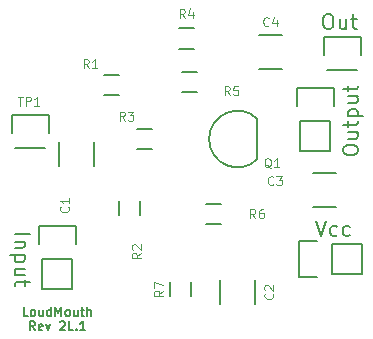
<source format=gto>
G04 #@! TF.FileFunction,Legend,Top*
%FSLAX46Y46*%
G04 Gerber Fmt 4.6, Leading zero omitted, Abs format (unit mm)*
G04 Created by KiCad (PCBNEW 0.201508140901+6091~28~ubuntu14.04.1-product) date Fri 18 Sep 2015 07:53:11 PM CEST*
%MOMM*%
G01*
G04 APERTURE LIST*
%ADD10C,0.076200*%
%ADD11C,0.127000*%
%ADD12C,0.150000*%
%ADD13C,0.101600*%
G04 APERTURE END LIST*
D10*
D11*
X147628428Y-122175814D02*
X147265571Y-122175814D01*
X147265571Y-121413814D01*
X147991285Y-122175814D02*
X147918713Y-122139529D01*
X147882428Y-122103243D01*
X147846142Y-122030671D01*
X147846142Y-121812957D01*
X147882428Y-121740386D01*
X147918713Y-121704100D01*
X147991285Y-121667814D01*
X148100142Y-121667814D01*
X148172713Y-121704100D01*
X148208999Y-121740386D01*
X148245285Y-121812957D01*
X148245285Y-122030671D01*
X148208999Y-122103243D01*
X148172713Y-122139529D01*
X148100142Y-122175814D01*
X147991285Y-122175814D01*
X148898428Y-121667814D02*
X148898428Y-122175814D01*
X148571857Y-121667814D02*
X148571857Y-122066957D01*
X148608142Y-122139529D01*
X148680714Y-122175814D01*
X148789571Y-122175814D01*
X148862142Y-122139529D01*
X148898428Y-122103243D01*
X149587857Y-122175814D02*
X149587857Y-121413814D01*
X149587857Y-122139529D02*
X149515286Y-122175814D01*
X149370143Y-122175814D01*
X149297571Y-122139529D01*
X149261286Y-122103243D01*
X149225000Y-122030671D01*
X149225000Y-121812957D01*
X149261286Y-121740386D01*
X149297571Y-121704100D01*
X149370143Y-121667814D01*
X149515286Y-121667814D01*
X149587857Y-121704100D01*
X149950715Y-122175814D02*
X149950715Y-121413814D01*
X150204715Y-121958100D01*
X150458715Y-121413814D01*
X150458715Y-122175814D01*
X150930429Y-122175814D02*
X150857857Y-122139529D01*
X150821572Y-122103243D01*
X150785286Y-122030671D01*
X150785286Y-121812957D01*
X150821572Y-121740386D01*
X150857857Y-121704100D01*
X150930429Y-121667814D01*
X151039286Y-121667814D01*
X151111857Y-121704100D01*
X151148143Y-121740386D01*
X151184429Y-121812957D01*
X151184429Y-122030671D01*
X151148143Y-122103243D01*
X151111857Y-122139529D01*
X151039286Y-122175814D01*
X150930429Y-122175814D01*
X151837572Y-121667814D02*
X151837572Y-122175814D01*
X151511001Y-121667814D02*
X151511001Y-122066957D01*
X151547286Y-122139529D01*
X151619858Y-122175814D01*
X151728715Y-122175814D01*
X151801286Y-122139529D01*
X151837572Y-122103243D01*
X152091572Y-121667814D02*
X152381858Y-121667814D01*
X152200430Y-121413814D02*
X152200430Y-122066957D01*
X152236715Y-122139529D01*
X152309287Y-122175814D01*
X152381858Y-122175814D01*
X152635859Y-122175814D02*
X152635859Y-121413814D01*
X152962430Y-122175814D02*
X152962430Y-121776671D01*
X152926144Y-121704100D01*
X152853573Y-121667814D01*
X152744716Y-121667814D01*
X152672144Y-121704100D01*
X152635859Y-121740386D01*
X148227144Y-123369614D02*
X147973144Y-123006757D01*
X147791716Y-123369614D02*
X147791716Y-122607614D01*
X148082001Y-122607614D01*
X148154573Y-122643900D01*
X148190858Y-122680186D01*
X148227144Y-122752757D01*
X148227144Y-122861614D01*
X148190858Y-122934186D01*
X148154573Y-122970471D01*
X148082001Y-123006757D01*
X147791716Y-123006757D01*
X148844001Y-123333329D02*
X148771430Y-123369614D01*
X148626287Y-123369614D01*
X148553716Y-123333329D01*
X148517430Y-123260757D01*
X148517430Y-122970471D01*
X148553716Y-122897900D01*
X148626287Y-122861614D01*
X148771430Y-122861614D01*
X148844001Y-122897900D01*
X148880287Y-122970471D01*
X148880287Y-123043043D01*
X148517430Y-123115614D01*
X149134287Y-122861614D02*
X149315716Y-123369614D01*
X149497144Y-122861614D01*
X150331715Y-122680186D02*
X150368001Y-122643900D01*
X150440572Y-122607614D01*
X150622001Y-122607614D01*
X150694572Y-122643900D01*
X150730858Y-122680186D01*
X150767143Y-122752757D01*
X150767143Y-122825329D01*
X150730858Y-122934186D01*
X150295429Y-123369614D01*
X150767143Y-123369614D01*
X151456572Y-123369614D02*
X151093715Y-123369614D01*
X151093715Y-122607614D01*
X151710572Y-123297043D02*
X151746857Y-123333329D01*
X151710572Y-123369614D01*
X151674286Y-123333329D01*
X151710572Y-123297043D01*
X151710572Y-123369614D01*
X152472571Y-123369614D02*
X152037143Y-123369614D01*
X152254857Y-123369614D02*
X152254857Y-122607614D01*
X152182286Y-122716471D01*
X152109714Y-122789043D01*
X152037143Y-122825329D01*
X171970096Y-114112524D02*
X172393430Y-115382524D01*
X172816763Y-114112524D01*
X173784382Y-115322048D02*
X173663429Y-115382524D01*
X173421525Y-115382524D01*
X173300572Y-115322048D01*
X173240096Y-115261571D01*
X173179620Y-115140619D01*
X173179620Y-114777762D01*
X173240096Y-114656810D01*
X173300572Y-114596333D01*
X173421525Y-114535857D01*
X173663429Y-114535857D01*
X173784382Y-114596333D01*
X174872953Y-115322048D02*
X174752000Y-115382524D01*
X174510096Y-115382524D01*
X174389143Y-115322048D01*
X174328667Y-115261571D01*
X174268191Y-115140619D01*
X174268191Y-114777762D01*
X174328667Y-114656810D01*
X174389143Y-114596333D01*
X174510096Y-114535857D01*
X174752000Y-114535857D01*
X174872953Y-114596333D01*
X172931667Y-96586524D02*
X173173571Y-96586524D01*
X173294524Y-96647000D01*
X173415476Y-96767952D01*
X173475952Y-97009857D01*
X173475952Y-97433190D01*
X173415476Y-97675095D01*
X173294524Y-97796048D01*
X173173571Y-97856524D01*
X172931667Y-97856524D01*
X172810714Y-97796048D01*
X172689762Y-97675095D01*
X172629286Y-97433190D01*
X172629286Y-97009857D01*
X172689762Y-96767952D01*
X172810714Y-96647000D01*
X172931667Y-96586524D01*
X174564524Y-97009857D02*
X174564524Y-97856524D01*
X174020238Y-97009857D02*
X174020238Y-97675095D01*
X174080714Y-97796048D01*
X174201667Y-97856524D01*
X174383095Y-97856524D01*
X174504047Y-97796048D01*
X174564524Y-97735571D01*
X174987857Y-97009857D02*
X175471667Y-97009857D01*
X175169286Y-96586524D02*
X175169286Y-97675095D01*
X175229762Y-97796048D01*
X175350715Y-97856524D01*
X175471667Y-97856524D01*
X174310524Y-108234238D02*
X174310524Y-107992334D01*
X174371000Y-107871381D01*
X174491952Y-107750429D01*
X174733857Y-107689953D01*
X175157190Y-107689953D01*
X175399095Y-107750429D01*
X175520048Y-107871381D01*
X175580524Y-107992334D01*
X175580524Y-108234238D01*
X175520048Y-108355191D01*
X175399095Y-108476143D01*
X175157190Y-108536619D01*
X174733857Y-108536619D01*
X174491952Y-108476143D01*
X174371000Y-108355191D01*
X174310524Y-108234238D01*
X174733857Y-106601381D02*
X175580524Y-106601381D01*
X174733857Y-107145667D02*
X175399095Y-107145667D01*
X175520048Y-107085191D01*
X175580524Y-106964238D01*
X175580524Y-106782810D01*
X175520048Y-106661858D01*
X175459571Y-106601381D01*
X174733857Y-106178048D02*
X174733857Y-105694238D01*
X174310524Y-105996619D02*
X175399095Y-105996619D01*
X175520048Y-105936143D01*
X175580524Y-105815190D01*
X175580524Y-105694238D01*
X174733857Y-105270905D02*
X176003857Y-105270905D01*
X174794333Y-105270905D02*
X174733857Y-105149953D01*
X174733857Y-104908048D01*
X174794333Y-104787096D01*
X174854810Y-104726619D01*
X174975762Y-104666143D01*
X175338619Y-104666143D01*
X175459571Y-104726619D01*
X175520048Y-104787096D01*
X175580524Y-104908048D01*
X175580524Y-105149953D01*
X175520048Y-105270905D01*
X174733857Y-103577571D02*
X175580524Y-103577571D01*
X174733857Y-104121857D02*
X175399095Y-104121857D01*
X175520048Y-104061381D01*
X175580524Y-103940428D01*
X175580524Y-103759000D01*
X175520048Y-103638048D01*
X175459571Y-103577571D01*
X174733857Y-103154238D02*
X174733857Y-102670428D01*
X174310524Y-102972809D02*
X175399095Y-102972809D01*
X175520048Y-102912333D01*
X175580524Y-102791380D01*
X175580524Y-102670428D01*
X146491476Y-115261571D02*
X147761476Y-115261571D01*
X147338143Y-115866333D02*
X146491476Y-115866333D01*
X147217190Y-115866333D02*
X147277667Y-115926809D01*
X147338143Y-116047762D01*
X147338143Y-116229190D01*
X147277667Y-116350142D01*
X147156714Y-116410619D01*
X146491476Y-116410619D01*
X147338143Y-117015381D02*
X146068143Y-117015381D01*
X147277667Y-117015381D02*
X147338143Y-117136333D01*
X147338143Y-117378238D01*
X147277667Y-117499190D01*
X147217190Y-117559667D01*
X147096238Y-117620143D01*
X146733381Y-117620143D01*
X146612429Y-117559667D01*
X146551952Y-117499190D01*
X146491476Y-117378238D01*
X146491476Y-117136333D01*
X146551952Y-117015381D01*
X147338143Y-118708715D02*
X146491476Y-118708715D01*
X147338143Y-118164429D02*
X146672905Y-118164429D01*
X146551952Y-118224905D01*
X146491476Y-118345858D01*
X146491476Y-118527286D01*
X146551952Y-118648238D01*
X146612429Y-118708715D01*
X147338143Y-119132048D02*
X147338143Y-119615858D01*
X147761476Y-119313477D02*
X146672905Y-119313477D01*
X146551952Y-119373953D01*
X146491476Y-119494906D01*
X146491476Y-119615858D01*
D12*
X153240000Y-109458000D02*
X153240000Y-107458000D01*
X150290000Y-107458000D02*
X150290000Y-109458000D01*
X166829000Y-121142000D02*
X166829000Y-119142000D01*
X163879000Y-119142000D02*
X163879000Y-121142000D01*
X173720000Y-110031000D02*
X171720000Y-110031000D01*
X171720000Y-112981000D02*
X173720000Y-112981000D01*
X167148000Y-101297000D02*
X169148000Y-101297000D01*
X169148000Y-98347000D02*
X167148000Y-98347000D01*
X151384000Y-117348000D02*
X151384000Y-119888000D01*
X151664000Y-114528000D02*
X151664000Y-116078000D01*
X151384000Y-117348000D02*
X148844000Y-117348000D01*
X148564000Y-116078000D02*
X148564000Y-114528000D01*
X148564000Y-114528000D02*
X151664000Y-114528000D01*
X148844000Y-117348000D02*
X148844000Y-119888000D01*
X148844000Y-119888000D02*
X151384000Y-119888000D01*
X173355000Y-116078000D02*
X175895000Y-116078000D01*
X170535000Y-115798000D02*
X172085000Y-115798000D01*
X173355000Y-116078000D02*
X173355000Y-118618000D01*
X172085000Y-118898000D02*
X170535000Y-118898000D01*
X170535000Y-118898000D02*
X170535000Y-115798000D01*
X173355000Y-118618000D02*
X175895000Y-118618000D01*
X175895000Y-118618000D02*
X175895000Y-116078000D01*
X173228000Y-105664000D02*
X173228000Y-108204000D01*
X173508000Y-102844000D02*
X173508000Y-104394000D01*
X173228000Y-105664000D02*
X170688000Y-105664000D01*
X170408000Y-104394000D02*
X170408000Y-102844000D01*
X170408000Y-102844000D02*
X173508000Y-102844000D01*
X170688000Y-105664000D02*
X170688000Y-108204000D01*
X170688000Y-108204000D02*
X173228000Y-108204000D01*
X167054000Y-108888000D02*
X167054000Y-105488000D01*
X167051056Y-108885056D02*
G75*
G02X162954000Y-107188000I-1697056J1697056D01*
G01*
X167051056Y-105490944D02*
G75*
G03X162954000Y-107188000I-1697056J-1697056D01*
G01*
X155286000Y-103491000D02*
X154086000Y-103491000D01*
X154086000Y-101741000D02*
X155286000Y-101741000D01*
X155335000Y-113630000D02*
X155335000Y-112430000D01*
X157085000Y-112430000D02*
X157085000Y-113630000D01*
X156880000Y-106313000D02*
X158080000Y-106313000D01*
X158080000Y-108063000D02*
X156880000Y-108063000D01*
X161636000Y-99554000D02*
X160436000Y-99554000D01*
X160436000Y-97804000D02*
X161636000Y-97804000D01*
X161890000Y-103237000D02*
X160690000Y-103237000D01*
X160690000Y-101487000D02*
X161890000Y-101487000D01*
X163922000Y-114413000D02*
X162722000Y-114413000D01*
X162722000Y-112663000D02*
X163922000Y-112663000D01*
X159653000Y-120488000D02*
X159653000Y-119288000D01*
X161403000Y-119288000D02*
X161403000Y-120488000D01*
X149378000Y-105130000D02*
X149378000Y-106680000D01*
X146278000Y-106680000D02*
X146278000Y-105130000D01*
X146278000Y-105130000D02*
X149378000Y-105130000D01*
X146558000Y-107950000D02*
X149098000Y-107950000D01*
X175794000Y-98526000D02*
X175794000Y-100076000D01*
X172694000Y-100076000D02*
X172694000Y-98526000D01*
X172694000Y-98526000D02*
X175794000Y-98526000D01*
X172974000Y-101346000D02*
X175514000Y-101346000D01*
D13*
X151021143Y-112903000D02*
X151057429Y-112939286D01*
X151093714Y-113048143D01*
X151093714Y-113120714D01*
X151057429Y-113229571D01*
X150984857Y-113302143D01*
X150912286Y-113338428D01*
X150767143Y-113374714D01*
X150658286Y-113374714D01*
X150513143Y-113338428D01*
X150440571Y-113302143D01*
X150368000Y-113229571D01*
X150331714Y-113120714D01*
X150331714Y-113048143D01*
X150368000Y-112939286D01*
X150404286Y-112903000D01*
X151093714Y-112177286D02*
X151093714Y-112612714D01*
X151093714Y-112395000D02*
X150331714Y-112395000D01*
X150440571Y-112467571D01*
X150513143Y-112540143D01*
X150549429Y-112612714D01*
X168326143Y-120269000D02*
X168362429Y-120305286D01*
X168398714Y-120414143D01*
X168398714Y-120486714D01*
X168362429Y-120595571D01*
X168289857Y-120668143D01*
X168217286Y-120704428D01*
X168072143Y-120740714D01*
X167963286Y-120740714D01*
X167818143Y-120704428D01*
X167745571Y-120668143D01*
X167673000Y-120595571D01*
X167636714Y-120486714D01*
X167636714Y-120414143D01*
X167673000Y-120305286D01*
X167709286Y-120269000D01*
X167709286Y-119978714D02*
X167673000Y-119942428D01*
X167636714Y-119869857D01*
X167636714Y-119688428D01*
X167673000Y-119615857D01*
X167709286Y-119579571D01*
X167781857Y-119543286D01*
X167854429Y-119543286D01*
X167963286Y-119579571D01*
X168398714Y-120015000D01*
X168398714Y-119543286D01*
X168402000Y-111016143D02*
X168365714Y-111052429D01*
X168256857Y-111088714D01*
X168184286Y-111088714D01*
X168075429Y-111052429D01*
X168002857Y-110979857D01*
X167966572Y-110907286D01*
X167930286Y-110762143D01*
X167930286Y-110653286D01*
X167966572Y-110508143D01*
X168002857Y-110435571D01*
X168075429Y-110363000D01*
X168184286Y-110326714D01*
X168256857Y-110326714D01*
X168365714Y-110363000D01*
X168402000Y-110399286D01*
X168656000Y-110326714D02*
X169127714Y-110326714D01*
X168873714Y-110617000D01*
X168982572Y-110617000D01*
X169055143Y-110653286D01*
X169091429Y-110689571D01*
X169127714Y-110762143D01*
X169127714Y-110943571D01*
X169091429Y-111016143D01*
X169055143Y-111052429D01*
X168982572Y-111088714D01*
X168764857Y-111088714D01*
X168692286Y-111052429D01*
X168656000Y-111016143D01*
X168021000Y-97554143D02*
X167984714Y-97590429D01*
X167875857Y-97626714D01*
X167803286Y-97626714D01*
X167694429Y-97590429D01*
X167621857Y-97517857D01*
X167585572Y-97445286D01*
X167549286Y-97300143D01*
X167549286Y-97191286D01*
X167585572Y-97046143D01*
X167621857Y-96973571D01*
X167694429Y-96901000D01*
X167803286Y-96864714D01*
X167875857Y-96864714D01*
X167984714Y-96901000D01*
X168021000Y-96937286D01*
X168674143Y-97118714D02*
X168674143Y-97626714D01*
X168492714Y-96828429D02*
X168311286Y-97372714D01*
X168783000Y-97372714D01*
X168202429Y-109637286D02*
X168129857Y-109601000D01*
X168057286Y-109528429D01*
X167948429Y-109419571D01*
X167875857Y-109383286D01*
X167803286Y-109383286D01*
X167839571Y-109564714D02*
X167767000Y-109528429D01*
X167694429Y-109455857D01*
X167658143Y-109310714D01*
X167658143Y-109056714D01*
X167694429Y-108911571D01*
X167767000Y-108839000D01*
X167839571Y-108802714D01*
X167984714Y-108802714D01*
X168057286Y-108839000D01*
X168129857Y-108911571D01*
X168166143Y-109056714D01*
X168166143Y-109310714D01*
X168129857Y-109455857D01*
X168057286Y-109528429D01*
X167984714Y-109564714D01*
X167839571Y-109564714D01*
X168891857Y-109564714D02*
X168456429Y-109564714D01*
X168674143Y-109564714D02*
X168674143Y-108802714D01*
X168601572Y-108911571D01*
X168529000Y-108984143D01*
X168456429Y-109020429D01*
X152781000Y-101182714D02*
X152527000Y-100819857D01*
X152345572Y-101182714D02*
X152345572Y-100420714D01*
X152635857Y-100420714D01*
X152708429Y-100457000D01*
X152744714Y-100493286D01*
X152781000Y-100565857D01*
X152781000Y-100674714D01*
X152744714Y-100747286D01*
X152708429Y-100783571D01*
X152635857Y-100819857D01*
X152345572Y-100819857D01*
X153506714Y-101182714D02*
X153071286Y-101182714D01*
X153289000Y-101182714D02*
X153289000Y-100420714D01*
X153216429Y-100529571D01*
X153143857Y-100602143D01*
X153071286Y-100638429D01*
X157189714Y-116840000D02*
X156826857Y-117094000D01*
X157189714Y-117275428D02*
X156427714Y-117275428D01*
X156427714Y-116985143D01*
X156464000Y-116912571D01*
X156500286Y-116876286D01*
X156572857Y-116840000D01*
X156681714Y-116840000D01*
X156754286Y-116876286D01*
X156790571Y-116912571D01*
X156826857Y-116985143D01*
X156826857Y-117275428D01*
X156500286Y-116549714D02*
X156464000Y-116513428D01*
X156427714Y-116440857D01*
X156427714Y-116259428D01*
X156464000Y-116186857D01*
X156500286Y-116150571D01*
X156572857Y-116114286D01*
X156645429Y-116114286D01*
X156754286Y-116150571D01*
X157189714Y-116586000D01*
X157189714Y-116114286D01*
X155829000Y-105627714D02*
X155575000Y-105264857D01*
X155393572Y-105627714D02*
X155393572Y-104865714D01*
X155683857Y-104865714D01*
X155756429Y-104902000D01*
X155792714Y-104938286D01*
X155829000Y-105010857D01*
X155829000Y-105119714D01*
X155792714Y-105192286D01*
X155756429Y-105228571D01*
X155683857Y-105264857D01*
X155393572Y-105264857D01*
X156083000Y-104865714D02*
X156554714Y-104865714D01*
X156300714Y-105156000D01*
X156409572Y-105156000D01*
X156482143Y-105192286D01*
X156518429Y-105228571D01*
X156554714Y-105301143D01*
X156554714Y-105482571D01*
X156518429Y-105555143D01*
X156482143Y-105591429D01*
X156409572Y-105627714D01*
X156191857Y-105627714D01*
X156119286Y-105591429D01*
X156083000Y-105555143D01*
X160909000Y-96923714D02*
X160655000Y-96560857D01*
X160473572Y-96923714D02*
X160473572Y-96161714D01*
X160763857Y-96161714D01*
X160836429Y-96198000D01*
X160872714Y-96234286D01*
X160909000Y-96306857D01*
X160909000Y-96415714D01*
X160872714Y-96488286D01*
X160836429Y-96524571D01*
X160763857Y-96560857D01*
X160473572Y-96560857D01*
X161562143Y-96415714D02*
X161562143Y-96923714D01*
X161380714Y-96125429D02*
X161199286Y-96669714D01*
X161671000Y-96669714D01*
X164719000Y-103468714D02*
X164465000Y-103105857D01*
X164283572Y-103468714D02*
X164283572Y-102706714D01*
X164573857Y-102706714D01*
X164646429Y-102743000D01*
X164682714Y-102779286D01*
X164719000Y-102851857D01*
X164719000Y-102960714D01*
X164682714Y-103033286D01*
X164646429Y-103069571D01*
X164573857Y-103105857D01*
X164283572Y-103105857D01*
X165408429Y-102706714D02*
X165045572Y-102706714D01*
X165009286Y-103069571D01*
X165045572Y-103033286D01*
X165118143Y-102997000D01*
X165299572Y-102997000D01*
X165372143Y-103033286D01*
X165408429Y-103069571D01*
X165444714Y-103142143D01*
X165444714Y-103323571D01*
X165408429Y-103396143D01*
X165372143Y-103432429D01*
X165299572Y-103468714D01*
X165118143Y-103468714D01*
X165045572Y-103432429D01*
X165009286Y-103396143D01*
X166878000Y-113882714D02*
X166624000Y-113519857D01*
X166442572Y-113882714D02*
X166442572Y-113120714D01*
X166732857Y-113120714D01*
X166805429Y-113157000D01*
X166841714Y-113193286D01*
X166878000Y-113265857D01*
X166878000Y-113374714D01*
X166841714Y-113447286D01*
X166805429Y-113483571D01*
X166732857Y-113519857D01*
X166442572Y-113519857D01*
X167531143Y-113120714D02*
X167386000Y-113120714D01*
X167313429Y-113157000D01*
X167277143Y-113193286D01*
X167204572Y-113302143D01*
X167168286Y-113447286D01*
X167168286Y-113737571D01*
X167204572Y-113810143D01*
X167240857Y-113846429D01*
X167313429Y-113882714D01*
X167458572Y-113882714D01*
X167531143Y-113846429D01*
X167567429Y-113810143D01*
X167603714Y-113737571D01*
X167603714Y-113556143D01*
X167567429Y-113483571D01*
X167531143Y-113447286D01*
X167458572Y-113411000D01*
X167313429Y-113411000D01*
X167240857Y-113447286D01*
X167204572Y-113483571D01*
X167168286Y-113556143D01*
X159094714Y-120015000D02*
X158731857Y-120269000D01*
X159094714Y-120450428D02*
X158332714Y-120450428D01*
X158332714Y-120160143D01*
X158369000Y-120087571D01*
X158405286Y-120051286D01*
X158477857Y-120015000D01*
X158586714Y-120015000D01*
X158659286Y-120051286D01*
X158695571Y-120087571D01*
X158731857Y-120160143D01*
X158731857Y-120450428D01*
X158332714Y-119761000D02*
X158332714Y-119253000D01*
X159094714Y-119579571D01*
X146739429Y-103595714D02*
X147174858Y-103595714D01*
X146957144Y-104357714D02*
X146957144Y-103595714D01*
X147428858Y-104357714D02*
X147428858Y-103595714D01*
X147719143Y-103595714D01*
X147791715Y-103632000D01*
X147828000Y-103668286D01*
X147864286Y-103740857D01*
X147864286Y-103849714D01*
X147828000Y-103922286D01*
X147791715Y-103958571D01*
X147719143Y-103994857D01*
X147428858Y-103994857D01*
X148590000Y-104357714D02*
X148154572Y-104357714D01*
X148372286Y-104357714D02*
X148372286Y-103595714D01*
X148299715Y-103704571D01*
X148227143Y-103777143D01*
X148154572Y-103813429D01*
M02*

</source>
